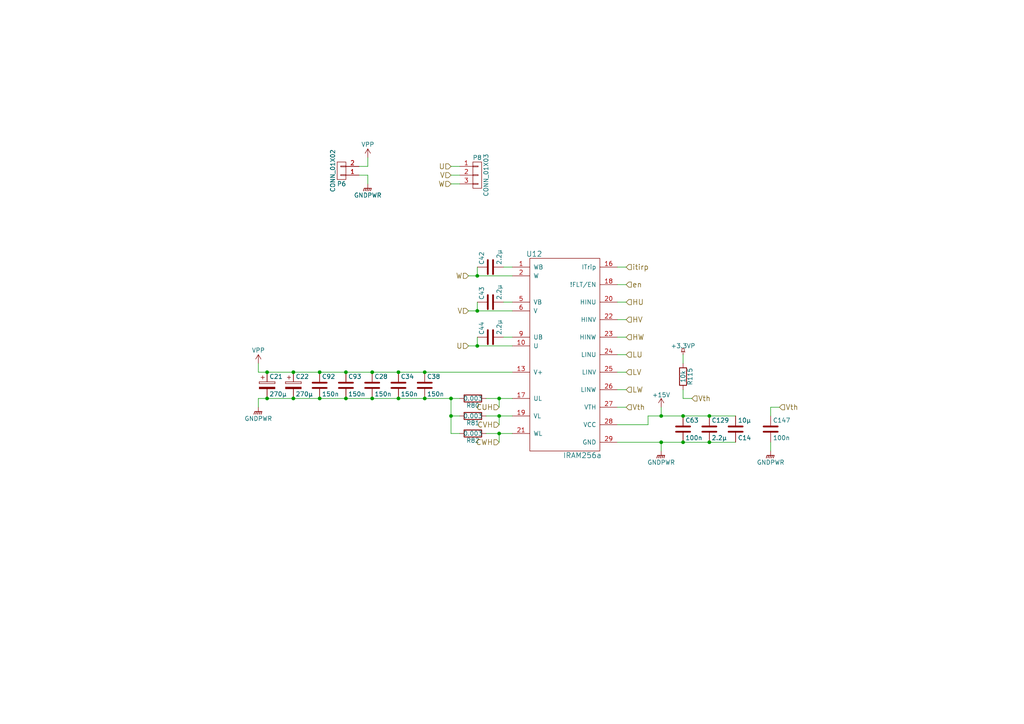
<source format=kicad_sch>
(kicad_sch (version 20211123) (generator eeschema)
  (paper "A4")
  (lib_symbols
    (symbol "stmbl_4.0-rescue:+15V-stmbl" (power) (pin_names (offset 0))
      (property "Value" "+15V-stmbl" (at 0 3.556 0))
      (symbol "+15V-stmbl_0_1"
        (polyline (pts (xy -0.762 1.27) (xy 0 2.54)))
        (polyline (pts (xy 0 0) (xy 0 2.54)))
        (polyline (pts (xy 0 2.54) (xy 0.762 1.27)))
      )
      (symbol "+15V-stmbl_1_1"
        (pin power_in line (at 0 0 90) (length 0) hide (name "+15V") (number "1"))
      )
    )
    (symbol "stmbl_4.0-rescue:+3.3VP-stmbl" (power) (pin_names (offset 0))
      (property "Value" "+3.3VP-stmbl" (at 0 2.54 0))
      (symbol "+3.3VP-stmbl_0_0"
        (pin power_in line (at 0 0 90) (length 0) hide (name "+3.3VP") (number "1"))
      )
      (symbol "+3.3VP-stmbl_0_1"
        (polyline (pts (xy 0 0) (xy 0 1.016) (xy 0 1.016)))
        (polyline (pts (xy 0.508 0.762) (xy 0 1.016) (xy -0.508 0.762) (xy -0.254 1.778) (xy 0.254 1.778) (xy 0.508 0.762) (xy 0.508 0.762)))
      )
    )
    (symbol "stmbl_4.0-rescue:C-stmbl" (pin_numbers hide) (pin_names (offset 0.254))
      (property "Reference" "C" (at 0.635 2.54 0))
      (property "Value" "C-stmbl" (at 0.635 -2.54 0))
      (symbol "C-stmbl_0_1"
        (polyline (pts (xy -2.032 -0.762) (xy 2.032 -0.762)) (stroke (width 0.508)))
        (polyline (pts (xy -2.032 0.762) (xy 2.032 0.762)) (stroke (width 0.508)))
      )
      (symbol "C-stmbl_1_1"
        (pin passive line (at 0 3.81 270) (length 2.794) (name "~") (number "1"))
        (pin passive line (at 0 -3.81 90) (length 2.794) (name "~") (number "2"))
      )
    )
    (symbol "stmbl_4.0-rescue:CONN_01X02-stmbl" (pin_names (offset 1.016) hide)
      (property "Reference" "P" (at 0 3.81 0))
      (property "Value" "CONN_01X02-stmbl" (at 2.54 0 90))
      (symbol "CONN_01X02-stmbl_0_1"
        (rectangle (start -1.27 -1.143) (end 0.254 -1.397))
        (rectangle (start -1.27 1.397) (end 0.254 1.143))
        (rectangle (start -1.27 2.54) (end 1.27 -2.54))
      )
      (symbol "CONN_01X02-stmbl_1_1"
        (pin passive line (at -5.08 1.27 0) (length 3.81) (name "P1") (number "1"))
        (pin passive line (at -5.08 -1.27 0) (length 3.81) (name "P2") (number "2"))
      )
    )
    (symbol "stmbl_4.0-rescue:CONN_01X03-stmbl" (pin_names (offset 1.016) hide)
      (property "Reference" "P" (at 0 5.08 0))
      (property "Value" "CONN_01X03-stmbl" (at 2.54 0 90))
      (symbol "CONN_01X03-stmbl_0_1"
        (rectangle (start -1.27 -2.413) (end 0.254 -2.667))
        (rectangle (start -1.27 0.127) (end 0.254 -0.127))
        (rectangle (start -1.27 2.667) (end 0.254 2.413))
        (rectangle (start -1.27 3.81) (end 1.27 -3.81))
      )
      (symbol "CONN_01X03-stmbl_1_1"
        (pin passive line (at -5.08 2.54 0) (length 3.81) (name "P1") (number "1"))
        (pin passive line (at -5.08 0 0) (length 3.81) (name "P2") (number "2"))
        (pin passive line (at -5.08 -2.54 0) (length 3.81) (name "P3") (number "3"))
      )
    )
    (symbol "stmbl_4.0-rescue:CP-stmbl" (pin_numbers hide) (pin_names (offset 0.254))
      (property "Reference" "C" (at 0.635 2.54 0))
      (property "Value" "CP-stmbl" (at 0.635 -2.54 0))
      (symbol "CP-stmbl_0_1"
        (rectangle (start -2.286 0.508) (end -2.286 1.016))
        (rectangle (start -2.286 0.508) (end 2.286 0.508))
        (polyline (pts (xy -1.778 2.286) (xy -0.762 2.286)))
        (polyline (pts (xy -1.27 2.794) (xy -1.27 1.778)))
        (rectangle (start 2.286 -0.508) (end -2.286 -1.016) (fill (type outline)))
        (rectangle (start 2.286 1.016) (end -2.286 1.016))
        (rectangle (start 2.286 1.016) (end 2.286 0.508))
      )
      (symbol "CP-stmbl_1_1"
        (pin passive line (at 0 3.81 270) (length 2.794) (name "~") (number "1"))
        (pin passive line (at 0 -3.81 90) (length 2.794) (name "~") (number "2"))
      )
    )
    (symbol "stmbl_4.0-rescue:GNDPWR-stmbl" (power) (pin_names (offset 0))
      (property "Value" "GNDPWR-stmbl" (at 0 -3.302 0))
      (symbol "GNDPWR-stmbl_0_1"
        (polyline (pts (xy 0 -1.27) (xy 0 0)))
        (polyline (pts (xy -1.016 -1.27) (xy -1.27 -2.032) (xy -1.27 -2.032)) (stroke (width 0.2032)))
        (polyline (pts (xy -0.508 -1.27) (xy -0.762 -2.032) (xy -0.762 -2.032)) (stroke (width 0.2032)))
        (polyline (pts (xy 0 -1.27) (xy -0.254 -2.032) (xy -0.254 -2.032)) (stroke (width 0.2032)))
        (polyline (pts (xy 0.508 -1.27) (xy 0.254 -2.032) (xy 0.254 -2.032)) (stroke (width 0.2032)))
        (polyline (pts (xy 1.016 -1.27) (xy -1.016 -1.27) (xy -1.016 -1.27)) (stroke (width 0.2032)))
        (polyline (pts (xy 1.016 -1.27) (xy 0.762 -2.032) (xy 0.762 -2.032) (xy 0.762 -2.032)) (stroke (width 0.2032)))
      )
      (symbol "GNDPWR-stmbl_1_1"
        (pin power_in line (at 0 0 90) (length 0) hide (name "GNDPWR") (number "1"))
      )
    )
    (symbol "stmbl_4.0-rescue:IRAM256a-stmbl" (pin_names (offset 1.016))
      (property "Reference" "U" (at -8.89 29.21 0))
      (property "Value" "IRAM256a-stmbl" (at 5.08 -29.21 0))
      (symbol "IRAM256a-stmbl_0_1"
        (rectangle (start -10.16 27.94) (end 10.16 -27.94))
      )
      (symbol "IRAM256a-stmbl_1_1"
        (pin bidirectional line (at -15.24 25.4 0) (length 5.08) (name "WB") (number "1"))
        (pin bidirectional line (at -15.24 2.54 0) (length 5.08) (name "U") (number "10"))
        (pin bidirectional line (at -15.24 -5.08 0) (length 5.08) (name "V+") (number "13"))
        (pin input line (at 15.24 25.4 180) (length 5.08) (name "ITrip") (number "16"))
        (pin bidirectional line (at -15.24 -12.7 0) (length 5.08) (name "UL") (number "17"))
        (pin input line (at 15.24 20.32 180) (length 5.08) (name "!FLT/EN") (number "18"))
        (pin bidirectional line (at -15.24 -17.78 0) (length 5.08) (name "VL") (number "19"))
        (pin bidirectional line (at -15.24 22.86 0) (length 5.08) (name "W") (number "2"))
        (pin input line (at 15.24 15.24 180) (length 5.08) (name "HINU") (number "20"))
        (pin bidirectional line (at -15.24 -22.86 0) (length 5.08) (name "WL") (number "21"))
        (pin input line (at 15.24 10.16 180) (length 5.08) (name "HINV") (number "22"))
        (pin input line (at 15.24 5.08 180) (length 5.08) (name "HINW") (number "23"))
        (pin input line (at 15.24 0 180) (length 5.08) (name "LINU") (number "24"))
        (pin input line (at 15.24 -5.08 180) (length 5.08) (name "LINV") (number "25"))
        (pin input line (at 15.24 -10.16 180) (length 5.08) (name "LINW") (number "26"))
        (pin output line (at 15.24 -15.24 180) (length 5.08) (name "VTH") (number "27"))
        (pin power_in line (at 15.24 -20.32 180) (length 5.08) (name "VCC") (number "28"))
        (pin power_in line (at 15.24 -25.4 180) (length 5.08) (name "GND") (number "29"))
        (pin bidirectional line (at -15.24 15.24 0) (length 5.08) (name "VB") (number "5"))
        (pin bidirectional line (at -15.24 12.7 0) (length 5.08) (name "V") (number "6"))
        (pin bidirectional line (at -15.24 5.08 0) (length 5.08) (name "UB") (number "9"))
      )
    )
    (symbol "stmbl_4.0-rescue:R-stmbl" (pin_numbers hide) (pin_names (offset 0))
      (property "Reference" "R" (at 2.032 0 90))
      (property "Value" "R-stmbl" (at 0 0 90))
      (symbol "R-stmbl_0_1"
        (rectangle (start -1.016 -2.54) (end 1.016 2.54) (stroke (width 0.254)))
      )
      (symbol "R-stmbl_1_1"
        (pin passive line (at 0 3.81 270) (length 1.27) (name "~") (number "1"))
        (pin passive line (at 0 -3.81 90) (length 1.27) (name "~") (number "2"))
      )
    )
    (symbol "stmbl_4.0-rescue:VPP-stmbl" (power) (pin_names (offset 0))
      (property "Value" "VPP-stmbl" (at 0 3.81 0))
      (symbol "VPP-stmbl_0_1"
        (polyline (pts (xy -0.762 1.27) (xy 0 2.54)))
        (polyline (pts (xy 0 0) (xy 0 2.54)))
        (polyline (pts (xy 0 2.54) (xy 0.762 1.27)))
      )
      (symbol "VPP-stmbl_1_1"
        (pin power_in line (at 0 0 90) (length 0) hide (name "VPP") (number "1"))
      )
    )
  )
  (junction (at 138.43 100.33))
  (junction (at 85.09 107.95))
  (junction (at 144.78 115.57))
  (junction (at 115.57 107.95))
  (junction (at 138.43 90.17))
  (junction (at 107.95 115.57))
  (junction (at 191.77 120.65))
  (junction (at 100.33 115.57))
  (junction (at 198.12 120.65))
  (junction (at 144.78 120.65))
  (junction (at 205.74 120.65))
  (junction (at 92.71 107.95))
  (junction (at 191.77 128.27))
  (junction (at 115.57 115.57))
  (junction (at 123.19 107.95))
  (junction (at 123.19 115.57))
  (junction (at 144.78 125.73))
  (junction (at 138.43 80.01))
  (junction (at 77.47 115.57))
  (junction (at 85.09 115.57))
  (junction (at 77.47 107.95))
  (junction (at 100.33 107.95))
  (junction (at 205.74 128.27))
  (junction (at 130.81 120.65))
  (junction (at 130.81 115.57))
  (junction (at 198.12 128.27))
  (junction (at 107.95 107.95))
  (junction (at 92.71 115.57))
  (wire (pts (xy 223.52 128.27) (xy 223.52 130.81)))
  (wire (pts (xy 144.78 115.57) (xy 148.59 115.57)))
  (wire (pts (xy 144.78 123.19) (xy 144.78 120.65)))
  (wire (pts (xy 187.96 120.65) (xy 191.77 120.65)))
  (wire (pts (xy 130.81 115.57) (xy 130.81 120.65)))
  (wire (pts (xy 115.57 115.57) (xy 123.19 115.57)))
  (wire (pts (xy 191.77 128.27) (xy 191.77 130.81)))
  (wire (pts (xy 74.93 115.57) (xy 77.47 115.57)))
  (wire (pts (xy 191.77 120.65) (xy 198.12 120.65)))
  (wire (pts (xy 148.59 97.79) (xy 146.05 97.79)))
  (wire (pts (xy 138.43 87.63) (xy 138.43 90.17)))
  (wire (pts (xy 107.95 107.95) (xy 115.57 107.95)))
  (wire (pts (xy 144.78 125.73) (xy 148.59 125.73)))
  (wire (pts (xy 140.97 115.57) (xy 144.78 115.57)))
  (wire (pts (xy 179.07 92.71) (xy 181.61 92.71)))
  (wire (pts (xy 135.89 90.17) (xy 138.43 90.17)))
  (wire (pts (xy 148.59 87.63) (xy 146.05 87.63)))
  (wire (pts (xy 107.95 115.57) (xy 115.57 115.57)))
  (wire (pts (xy 130.81 115.57) (xy 133.35 115.57)))
  (wire (pts (xy 115.57 107.95) (xy 123.19 107.95)))
  (wire (pts (xy 92.71 107.95) (xy 100.33 107.95)))
  (wire (pts (xy 77.47 107.95) (xy 85.09 107.95)))
  (wire (pts (xy 144.78 120.65) (xy 148.59 120.65)))
  (wire (pts (xy 74.93 107.95) (xy 74.93 105.41)))
  (wire (pts (xy 144.78 128.27) (xy 144.78 125.73)))
  (wire (pts (xy 187.96 123.19) (xy 187.96 120.65)))
  (wire (pts (xy 104.14 50.8) (xy 106.68 50.8)))
  (wire (pts (xy 198.12 113.03) (xy 198.12 115.57)))
  (wire (pts (xy 198.12 128.27) (xy 205.74 128.27)))
  (wire (pts (xy 130.81 125.73) (xy 133.35 125.73)))
  (wire (pts (xy 140.97 125.73) (xy 144.78 125.73)))
  (wire (pts (xy 100.33 107.95) (xy 107.95 107.95)))
  (wire (pts (xy 198.12 115.57) (xy 200.66 115.57)))
  (wire (pts (xy 198.12 102.87) (xy 198.12 105.41)))
  (wire (pts (xy 77.47 115.57) (xy 85.09 115.57)))
  (wire (pts (xy 138.43 100.33) (xy 148.59 100.33)))
  (wire (pts (xy 148.59 77.47) (xy 146.05 77.47)))
  (wire (pts (xy 74.93 107.95) (xy 77.47 107.95)))
  (wire (pts (xy 179.07 97.79) (xy 181.61 97.79)))
  (wire (pts (xy 179.07 118.11) (xy 181.61 118.11)))
  (wire (pts (xy 133.35 50.8) (xy 130.81 50.8)))
  (wire (pts (xy 179.07 82.55) (xy 181.61 82.55)))
  (wire (pts (xy 138.43 80.01) (xy 148.59 80.01)))
  (wire (pts (xy 123.19 115.57) (xy 130.81 115.57)))
  (wire (pts (xy 191.77 128.27) (xy 198.12 128.27)))
  (wire (pts (xy 179.07 77.47) (xy 181.61 77.47)))
  (wire (pts (xy 179.07 113.03) (xy 181.61 113.03)))
  (wire (pts (xy 138.43 77.47) (xy 138.43 80.01)))
  (wire (pts (xy 100.33 115.57) (xy 107.95 115.57)))
  (wire (pts (xy 205.74 128.27) (xy 213.36 128.27)))
  (wire (pts (xy 138.43 97.79) (xy 138.43 100.33)))
  (wire (pts (xy 198.12 120.65) (xy 205.74 120.65)))
  (wire (pts (xy 104.14 48.26) (xy 106.68 48.26)))
  (wire (pts (xy 179.07 123.19) (xy 187.96 123.19)))
  (wire (pts (xy 85.09 107.95) (xy 92.71 107.95)))
  (wire (pts (xy 205.74 120.65) (xy 213.36 120.65)))
  (wire (pts (xy 179.07 128.27) (xy 191.77 128.27)))
  (wire (pts (xy 74.93 118.11) (xy 74.93 115.57)))
  (wire (pts (xy 179.07 87.63) (xy 181.61 87.63)))
  (wire (pts (xy 123.19 107.95) (xy 148.59 107.95)))
  (wire (pts (xy 223.52 118.11) (xy 223.52 120.65)))
  (wire (pts (xy 191.77 120.65) (xy 191.77 118.11)))
  (wire (pts (xy 138.43 90.17) (xy 148.59 90.17)))
  (wire (pts (xy 85.09 115.57) (xy 92.71 115.57)))
  (wire (pts (xy 106.68 48.26) (xy 106.68 45.72)))
  (wire (pts (xy 179.07 107.95) (xy 181.61 107.95)))
  (wire (pts (xy 133.35 48.26) (xy 130.81 48.26)))
  (wire (pts (xy 135.89 80.01) (xy 138.43 80.01)))
  (wire (pts (xy 133.35 120.65) (xy 130.81 120.65)))
  (wire (pts (xy 133.35 53.34) (xy 130.81 53.34)))
  (wire (pts (xy 130.81 120.65) (xy 130.81 125.73)))
  (wire (pts (xy 144.78 118.11) (xy 144.78 115.57)))
  (wire (pts (xy 179.07 102.87) (xy 181.61 102.87)))
  (wire (pts (xy 92.71 115.57) (xy 100.33 115.57)))
  (wire (pts (xy 135.89 100.33) (xy 138.43 100.33)))
  (wire (pts (xy 226.06 118.11) (xy 223.52 118.11)))
  (wire (pts (xy 140.97 120.65) (xy 144.78 120.65)))
  (wire (pts (xy 106.68 50.8) (xy 106.68 53.34)))
  (hierarchical_label "CWH" (shape input) (at 144.78 128.27 180) (effects (font (size 1.524 1.524))))
  (hierarchical_label "LU" (shape input) (at 181.61 102.87 0) (effects (font (size 1.524 1.524))))
  (hierarchical_label "U" (shape input) (at 135.89 100.33 180) (effects (font (size 1.524 1.524))))
  (hierarchical_label "Vth" (shape input) (at 200.66 115.57 0) (effects (font (size 1.524 1.524))))
  (hierarchical_label "LW" (shape input) (at 181.61 113.03 0) (effects (font (size 1.524 1.524))))
  (hierarchical_label "W" (shape input) (at 130.81 53.34 180) (effects (font (size 1.524 1.524))))
  (hierarchical_label "LV" (shape input) (at 181.61 107.95 0) (effects (font (size 1.524 1.524))))
  (hierarchical_label "W" (shape input) (at 135.89 80.01 180) (effects (font (size 1.524 1.524))))
  (hierarchical_label "CVH" (shape input) (at 144.78 123.19 180) (effects (font (size 1.524 1.524))))
  (hierarchical_label "U" (shape input) (at 130.81 48.26 180) (effects (font (size 1.524 1.524))))
  (hierarchical_label "CUH" (shape input) (at 144.78 118.11 180) (effects (font (size 1.524 1.524))))
  (hierarchical_label "Vth" (shape input) (at 181.61 118.11 0) (effects (font (size 1.524 1.524))))
  (hierarchical_label "V" (shape input) (at 135.89 90.17 180) (effects (font (size 1.524 1.524))))
  (hierarchical_label "itirp" (shape input) (at 181.61 77.47 0) (effects (font (size 1.524 1.524))))
  (hierarchical_label "Vth" (shape input) (at 226.06 118.11 0) (effects (font (size 1.524 1.524))))
  (hierarchical_label "HW" (shape input) (at 181.61 97.79 0) (effects (font (size 1.524 1.524))))
  (hierarchical_label "HV" (shape input) (at 181.61 92.71 0) (effects (font (size 1.524 1.524))))
  (hierarchical_label "V" (shape input) (at 130.81 50.8 180) (effects (font (size 1.524 1.524))))
  (hierarchical_label "en" (shape input) (at 181.61 82.55 0) (effects (font (size 1.524 1.524))))
  (hierarchical_label "HU" (shape input) (at 181.61 87.63 0) (effects (font (size 1.524 1.524))))
  (symbol (lib_id "stmbl_4.0-rescue:CP-stmbl") (at 77.47 111.76 0) (unit 1)
    (property "Reference" "C21" (at 78.105 109.22 0) (effects (justify left)))
    (property "Value" "270µ" (at 78.105 114.3 0) (effects (justify left)))
    (property "Footprint" "stmbl:C_Radial_D26_L45_P10" (effects hide))
    (property "Manufacturer No" "ESMR401VSN271MQ30S" (effects hide))
    (property "Voltage" "400V" (effects hide))
    (property "Manufacturer" "United Chemi-Con" (effects hide))
  )
  (symbol (lib_id "stmbl_4.0-rescue:CP-stmbl") (at 85.09 111.76 0) (unit 1)
    (property "Reference" "C22" (at 85.725 109.22 0) (effects (justify left)))
    (property "Value" "270µ" (at 85.725 114.3 0) (effects (justify left)))
    (property "Footprint" "stmbl:C_Radial_D26_L45_P10" (effects hide))
    (property "Manufacturer No" "ESMR401VSN271MQ30S" (effects hide))
    (property "Voltage" "400V" (effects hide))
    (property "Manufacturer" "United Chemi-Con" (effects hide))
  )
  (symbol (lib_id "stmbl_4.0-rescue:C-stmbl") (at 107.95 111.76 0) (unit 1)
    (property "Reference" "C28" (at 108.585 109.22 0) (effects (justify left)))
    (property "Value" "150n" (at 108.585 114.3 0) (effects (justify left)))
    (property "Footprint" "stmbl:C_1808" (effects hide))
    (property "Manufacturer No" "C1808W154KCRACTU" (effects hide))
    (property "Voltage" "500V" (effects hide))
    (property "Tolerance" "X7R" (effects hide))
    (property "Manufacturer" "KEMET" (effects hide))
  )
  (symbol (lib_id "stmbl_4.0-rescue:C-stmbl") (at 115.57 111.76 0) (unit 1)
    (property "Reference" "C34" (at 116.205 109.22 0) (effects (justify left)))
    (property "Value" "150n" (at 116.205 114.3 0) (effects (justify left)))
    (property "Footprint" "stmbl:C_1808" (effects hide))
    (property "Manufacturer No" "C1808W154KCRACTU" (effects hide))
    (property "Voltage" "500V" (effects hide))
    (property "Tolerance" "X7R" (effects hide))
    (property "Manufacturer" "KEMET" (effects hide))
  )
  (symbol (lib_id "stmbl_4.0-rescue:C-stmbl") (at 142.24 77.47 90) (unit 1)
    (property "Reference" "C42" (at 139.7 76.835 0) (effects (justify left)))
    (property "Value" "2.2µ" (at 144.78 76.835 0) (effects (justify left)))
    (property "Footprint" "stmbl:C_0603" (effects hide))
    (property "Voltage" "35V" (effects hide))
    (property "Tolerance" "X5R" (effects hide))
  )
  (symbol (lib_id "stmbl_4.0-rescue:IRAM256a-stmbl") (at 163.83 102.87 0) (unit 1)
    (property "Reference" "U12" (at 154.94 73.66 0) (effects (font (size 1.524 1.524))))
    (property "Value" "IRAM256a" (at 168.91 132.08 0) (effects (font (size 1.524 1.524))))
    (property "Footprint" "stmbl:IRAM256" (effects hide))
    (property "Manufacturer No" "IRAM256-2067A2" (effects hide))
    (property "Manufacturer" "Infineon" (effects hide))
  )
  (symbol (lib_id "stmbl_4.0-rescue:C-stmbl") (at 142.24 87.63 90) (unit 1)
    (property "Reference" "C43" (at 139.7 86.995 0) (effects (justify left)))
    (property "Value" "2.2µ" (at 144.78 86.995 0) (effects (justify left)))
    (property "Footprint" "stmbl:C_0603" (effects hide))
    (property "Voltage" "35V" (effects hide))
    (property "Tolerance" "X5R" (effects hide))
  )
  (symbol (lib_id "stmbl_4.0-rescue:C-stmbl") (at 142.24 97.79 90) (unit 1)
    (property "Reference" "C44" (at 139.7 97.155 0) (effects (justify left)))
    (property "Value" "2.2µ" (at 144.78 97.155 0) (effects (justify left)))
    (property "Footprint" "stmbl:C_0603" (effects hide))
    (property "Voltage" "35V" (effects hide))
    (property "Tolerance" "X5R" (effects hide))
  )
  (symbol (lib_id "stmbl_4.0-rescue:R-stmbl") (at 137.16 115.57 270) (unit 1)
    (property "Reference" "R80" (at 137.16 117.602 90))
    (property "Value" "0.003" (at 137.16 115.57 90))
    (property "Footprint" "stmbl:R_2512" (effects hide))
    (property "Manufacturer No" "CSS2H-2512K-3L00F" (effects hide))
    (property "Tolerance" "1%" (effects hide))
    (property "Manufacturer" "Bourns" (effects hide))
  )
  (symbol (lib_id "stmbl_4.0-rescue:R-stmbl") (at 137.16 120.65 270) (unit 1)
    (property "Reference" "R81" (at 137.16 122.682 90))
    (property "Value" "0.003" (at 137.16 120.65 90))
    (property "Footprint" "stmbl:R_2512" (effects hide))
    (property "Manufacturer No" "CSS2H-2512K-3L00F" (effects hide))
    (property "Tolerance" "1%" (effects hide))
    (property "Manufacturer" "Bourns" (effects hide))
  )
  (symbol (lib_id "stmbl_4.0-rescue:R-stmbl") (at 137.16 125.73 270) (unit 1)
    (property "Reference" "R82" (at 137.16 127.762 90))
    (property "Value" "0.003" (at 137.16 125.73 90))
    (property "Footprint" "stmbl:R_2512" (effects hide))
    (property "Manufacturer No" "CSS2H-2512K-3L00F" (effects hide))
    (property "Tolerance" "1%" (effects hide))
    (property "Manufacturer" "Bourns" (effects hide))
  )
  (symbol (lib_id "stmbl_4.0-rescue:GNDPWR-stmbl") (at 74.93 118.11 0) (unit 1)
    (property "Reference" "#PWR058" (effects hide))
    (property "Value" "GNDPWR" (at 74.93 121.412 0))
  )
  (symbol (lib_id "stmbl_4.0-rescue:C-stmbl") (at 198.12 124.46 0) (unit 1)
    (property "Reference" "C63" (at 198.755 121.92 0) (effects (justify left)))
    (property "Value" "100n" (at 198.755 127 0) (effects (justify left)))
    (property "Footprint" "stmbl:C_0603" (effects hide))
    (property "Voltage" "50V" (effects hide))
    (property "Tolerance" "X5R" (effects hide))
  )
  (symbol (lib_id "stmbl_4.0-rescue:GNDPWR-stmbl") (at 191.77 130.81 0) (unit 1)
    (property "Reference" "#PWR056" (effects hide))
    (property "Value" "GNDPWR" (at 191.77 134.112 0))
  )
  (symbol (lib_id "stmbl_4.0-rescue:+15V-stmbl") (at 191.77 118.11 0) (unit 1)
    (property "Reference" "#PWR057" (effects hide))
    (property "Value" "+15V" (at 191.77 114.554 0))
  )
  (symbol (lib_id "stmbl_4.0-rescue:CONN_01X03-stmbl") (at 138.43 50.8 0) (unit 1)
    (property "Reference" "P8" (at 138.43 45.72 0))
    (property "Value" "CONN_01X03" (at 140.97 50.8 90))
    (property "Footprint" "stmbl:RM5.08_1x3" (effects hide))
    (property "Manufacturer No" "1757255" (effects hide))
    (property "Manufacturer" "Phoenix" (effects hide))
  )
  (symbol (lib_id "stmbl_4.0-rescue:CONN_01X02-stmbl") (at 99.06 49.53 180) (unit 1)
    (property "Reference" "P6" (at 99.06 53.34 0))
    (property "Value" "CONN_01X02" (at 96.52 49.53 90))
    (property "Footprint" "stmbl:RM5.08_1x2" (effects hide))
    (property "Manufacturer No" "1757242" (effects hide))
    (property "Manufacturer" "Phoenix" (effects hide))
  )
  (symbol (lib_id "stmbl_4.0-rescue:GNDPWR-stmbl") (at 106.68 53.34 0) (unit 1)
    (property "Reference" "#PWR059" (effects hide))
    (property "Value" "GNDPWR" (at 106.68 56.642 0))
  )
  (symbol (lib_id "stmbl_4.0-rescue:VPP-stmbl") (at 106.68 45.72 0) (unit 1)
    (property "Reference" "#PWR060" (effects hide))
    (property "Value" "VPP" (at 106.68 41.91 0))
  )
  (symbol (lib_id "stmbl_4.0-rescue:VPP-stmbl") (at 74.93 105.41 0) (unit 1)
    (property "Reference" "#PWR061" (effects hide))
    (property "Value" "VPP" (at 74.93 101.6 0))
  )
  (symbol (lib_id "stmbl_4.0-rescue:+3.3VP-stmbl") (at 198.12 102.87 0) (unit 1)
    (property "Reference" "#PWR062" (effects hide))
    (property "Value" "+3.3VP" (at 198.12 100.33 0))
  )
  (symbol (lib_id "stmbl_4.0-rescue:R-stmbl") (at 198.12 109.22 0) (unit 1)
    (property "Reference" "R115" (at 200.152 109.22 90))
    (property "Value" "10k" (at 198.12 109.22 90))
    (property "Footprint" "stmbl:R_0603" (effects hide))
    (property "Tolerance" "1%" (effects hide))
  )
  (symbol (lib_id "stmbl_4.0-rescue:C-stmbl") (at 123.19 111.76 0) (unit 1)
    (property "Reference" "C38" (at 123.825 109.22 0) (effects (justify left)))
    (property "Value" "150n" (at 123.825 114.3 0) (effects (justify left)))
    (property "Footprint" "stmbl:C_1808" (effects hide))
    (property "Manufacturer No" "C1808W154KCRACTU" (effects hide))
    (property "Voltage" "500V" (effects hide))
    (property "Tolerance" "X7R" (effects hide))
    (property "Manufacturer" "KEMET" (effects hide))
  )
  (symbol (lib_id "stmbl_4.0-rescue:C-stmbl") (at 100.33 111.76 0) (unit 1)
    (property "Reference" "C93" (at 100.965 109.22 0) (effects (justify left)))
    (property "Value" "150n" (at 100.965 114.3 0) (effects (justify left)))
    (property "Footprint" "stmbl:C_1808" (effects hide))
    (property "Manufacturer No" "C1808W154KCRACTU" (effects hide))
    (property "Voltage" "500V" (effects hide))
    (property "Tolerance" "X7R" (effects hide))
    (property "Manufacturer" "KEMET" (effects hide))
  )
  (symbol (lib_id "stmbl_4.0-rescue:C-stmbl") (at 92.71 111.76 0) (unit 1)
    (property "Reference" "C92" (at 93.345 109.22 0) (effects (justify left)))
    (property "Value" "150n" (at 93.345 114.3 0) (effects (justify left)))
    (property "Footprint" "stmbl:C_1808" (effects hide))
    (property "Manufacturer No" "C1808W154KCRACTU" (effects hide))
    (property "Voltage" "500V" (effects hide))
    (property "Tolerance" "X7R" (effects hide))
    (property "Manufacturer" "KEMET" (effects hide))
  )
  (symbol (lib_id "stmbl_4.0-rescue:C-stmbl") (at 205.74 124.46 0) (unit 1)
    (property "Reference" "C129" (at 206.375 121.92 0) (effects (justify left)))
    (property "Value" "2.2µ" (at 206.375 127 0) (effects (justify left)))
    (property "Footprint" "stmbl:C_0603" (effects hide))
    (property "Voltage" "35V" (effects hide))
    (property "Tolerance" "X5R" (effects hide))
  )
  (symbol (lib_id "stmbl_4.0-rescue:C-stmbl") (at 213.36 124.46 0) (mirror x) (unit 1)
    (property "Reference" "C14" (at 213.995 127 0) (effects (justify left)))
    (property "Value" "10µ" (at 213.995 121.92 0) (effects (justify left)))
    (property "Footprint" "stmbl:C_0805" (effects hide))
    (property "Voltage" "25V" (effects hide))
    (property "Tolerance" "X5R" (effects hide))
  )
  (symbol (lib_id "stmbl_4.0-rescue:C-stmbl") (at 223.52 124.46 0) (unit 1)
    (property "Reference" "C147" (at 224.155 121.92 0) (effects (justify left)))
    (property "Value" "100n" (at 224.155 127 0) (effects (justify left)))
    (property "Footprint" "stmbl:C_0603" (effects hide))
    (property "Voltage" "50V" (effects hide))
    (property "Tolerance" "X5R" (effects hide))
  )
  (symbol (lib_id "stmbl_4.0-rescue:GNDPWR-stmbl") (at 223.52 130.81 0) (unit 1)
    (property "Reference" "#PWR063" (effects hide))
    (property "Value" "GNDPWR" (at 223.52 134.112 0))
  )
)
</source>
